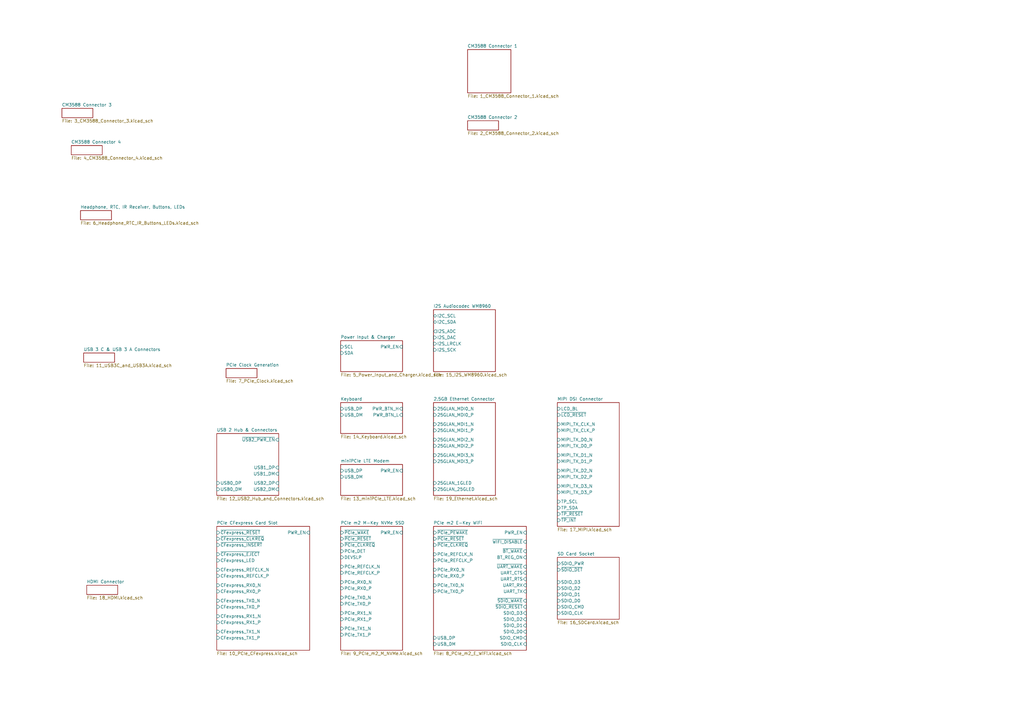
<source format=kicad_sch>
(kicad_sch
	(version 20250114)
	(generator "eeschema")
	(generator_version "9.0")
	(uuid "e8df7ad4-0398-46fe-8df2-22f014c5f1dd")
	(paper "A3")
	(lib_symbols)
	(sheet
		(at 139.7 139.7)
		(size 25.4 12.7)
		(exclude_from_sim no)
		(in_bom yes)
		(on_board yes)
		(dnp no)
		(fields_autoplaced yes)
		(stroke
			(width 0.1524)
			(type solid)
		)
		(fill
			(color 0 0 0 0.0000)
		)
		(uuid "07fa1f4a-4f08-4a00-b91a-2935c9cd6246")
		(property "Sheetname" "Power Input & Charger"
			(at 139.7 138.9884 0)
			(effects
				(font
					(size 1.27 1.27)
				)
				(justify left bottom)
			)
		)
		(property "Sheetfile" "5_Power_Input_and_Charger.kicad_sch"
			(at 139.7 152.9846 0)
			(effects
				(font
					(size 1.27 1.27)
				)
				(justify left top)
			)
		)
		(pin "PWR_EN" input
			(at 165.1 142.24 0)
			(uuid "9c746257-343a-4bac-822d-dd7b5936e7a1")
			(effects
				(font
					(size 1.27 1.27)
				)
				(justify right)
			)
		)
		(pin "SCL" input
			(at 139.7 142.24 180)
			(uuid "97597e3d-8706-412e-9b3a-870d0d1f1565")
			(effects
				(font
					(size 1.27 1.27)
				)
				(justify left)
			)
		)
		(pin "SDA" input
			(at 139.7 144.78 180)
			(uuid "b0cdbb2f-2e01-4b55-89c5-2a1808426770")
			(effects
				(font
					(size 1.27 1.27)
				)
				(justify left)
			)
		)
		(instances
			(project "mainboard"
				(path "/e8df7ad4-0398-46fe-8df2-22f014c5f1dd"
					(page "5")
				)
			)
		)
	)
	(sheet
		(at 191.77 20.32)
		(size 17.78 17.78)
		(exclude_from_sim no)
		(in_bom yes)
		(on_board yes)
		(dnp no)
		(fields_autoplaced yes)
		(stroke
			(width 0.1524)
			(type solid)
		)
		(fill
			(color 0 0 0 0.0000)
		)
		(uuid "179b20ca-7cf4-4c76-8c3b-b8b4c6c25c72")
		(property "Sheetname" "CM3588 Connector 1"
			(at 191.77 19.6084 0)
			(effects
				(font
					(size 1.27 1.27)
				)
				(justify left bottom)
			)
		)
		(property "Sheetfile" "1_CM3588_Connector_1.kicad_sch"
			(at 191.77 38.6846 0)
			(effects
				(font
					(size 1.27 1.27)
				)
				(justify left top)
			)
		)
		(instances
			(project "mainboard"
				(path "/e8df7ad4-0398-46fe-8df2-22f014c5f1dd"
					(page "1")
				)
			)
		)
	)
	(sheet
		(at 35.56 240.03)
		(size 12.7 3.81)
		(exclude_from_sim no)
		(in_bom yes)
		(on_board yes)
		(dnp no)
		(fields_autoplaced yes)
		(stroke
			(width 0.1524)
			(type solid)
		)
		(fill
			(color 0 0 0 0.0000)
		)
		(uuid "18d9dc9f-f158-4b8c-8c03-4e0e0e17c019")
		(property "Sheetname" "HDMI Connector"
			(at 35.56 239.3184 0)
			(effects
				(font
					(size 1.27 1.27)
				)
				(justify left bottom)
			)
		)
		(property "Sheetfile" "18_HDMI.kicad_sch"
			(at 35.56 244.4246 0)
			(effects
				(font
					(size 1.27 1.27)
				)
				(justify left top)
			)
		)
		(instances
			(project "mainboard"
				(path "/e8df7ad4-0398-46fe-8df2-22f014c5f1dd"
					(page "18")
				)
			)
		)
	)
	(sheet
		(at 92.71 151.13)
		(size 12.7 3.81)
		(exclude_from_sim no)
		(in_bom yes)
		(on_board yes)
		(dnp no)
		(fields_autoplaced yes)
		(stroke
			(width 0.1524)
			(type solid)
		)
		(fill
			(color 0 0 0 0.0000)
		)
		(uuid "484c6dee-af44-4b63-a825-46ce928312ff")
		(property "Sheetname" "PCIe Clock Generation"
			(at 92.71 150.4184 0)
			(effects
				(font
					(size 1.27 1.27)
				)
				(justify left bottom)
			)
		)
		(property "Sheetfile" "7_PCIe_Clock.kicad_sch"
			(at 92.71 155.5246 0)
			(effects
				(font
					(size 1.27 1.27)
				)
				(justify left top)
			)
		)
		(instances
			(project "mainboard"
				(path "/e8df7ad4-0398-46fe-8df2-22f014c5f1dd"
					(page "7")
				)
			)
		)
	)
	(sheet
		(at 139.7 215.9)
		(size 25.4 50.8)
		(exclude_from_sim no)
		(in_bom yes)
		(on_board yes)
		(dnp no)
		(fields_autoplaced yes)
		(stroke
			(width 0.1524)
			(type solid)
		)
		(fill
			(color 0 0 0 0.0000)
		)
		(uuid "6669fa1e-f015-4347-b375-5371b2a452c4")
		(property "Sheetname" "PCIe m2 M-Key NVMe SSD"
			(at 139.7 215.1884 0)
			(effects
				(font
					(size 1.27 1.27)
				)
				(justify left bottom)
			)
		)
		(property "Sheetfile" "9_PCIe_m2_M_NVMe.kicad_sch"
			(at 139.7 267.2846 0)
			(effects
				(font
					(size 1.27 1.27)
				)
				(justify left top)
			)
		)
		(pin "DEVSLP" input
			(at 139.7 228.6 180)
			(uuid "8250a307-5bfc-45cd-bcc1-a8e3b110935a")
			(effects
				(font
					(size 1.27 1.27)
				)
				(justify left)
			)
		)
		(pin "PCIe_DET" input
			(at 139.7 226.06 180)
			(uuid "5d36ab89-ee9c-45f1-9c8f-411f04604c30")
			(effects
				(font
					(size 1.27 1.27)
				)
				(justify left)
			)
		)
		(pin "PCIe_REFCLK_N" input
			(at 139.7 232.41 180)
			(uuid "456707b3-ef8a-449b-b780-e7ea84c2fe0f")
			(effects
				(font
					(size 1.27 1.27)
				)
				(justify left)
			)
		)
		(pin "PCIe_REFCLK_P" input
			(at 139.7 234.95 180)
			(uuid "3a6e22a8-1c33-4ccb-8634-0656c7ed4f73")
			(effects
				(font
					(size 1.27 1.27)
				)
				(justify left)
			)
		)
		(pin "PCIe_RX0_N" input
			(at 139.7 238.76 180)
			(uuid "b36f63ee-dda5-4273-8749-7e370dc55816")
			(effects
				(font
					(size 1.27 1.27)
				)
				(justify left)
			)
		)
		(pin "PCIe_RX0_P" input
			(at 139.7 241.3 180)
			(uuid "79078436-955e-4ba2-b5e9-f0115e164c7e")
			(effects
				(font
					(size 1.27 1.27)
				)
				(justify left)
			)
		)
		(pin "PCIe_RX1_N" input
			(at 139.7 251.46 180)
			(uuid "ab0b778b-3805-4636-8b20-f9d4a643390a")
			(effects
				(font
					(size 1.27 1.27)
				)
				(justify left)
			)
		)
		(pin "PCIe_RX1_P" input
			(at 139.7 254 180)
			(uuid "e44f8fa1-d1ae-449a-b73e-ebcffea75acf")
			(effects
				(font
					(size 1.27 1.27)
				)
				(justify left)
			)
		)
		(pin "PCIe_TX0_N" input
			(at 139.7 245.11 180)
			(uuid "8df59557-ebe2-4399-86e1-76227324d036")
			(effects
				(font
					(size 1.27 1.27)
				)
				(justify left)
			)
		)
		(pin "PCIe_TX0_P" input
			(at 139.7 247.65 180)
			(uuid "a3983adb-1f39-45d9-9b6c-038ef2f9cafd")
			(effects
				(font
					(size 1.27 1.27)
				)
				(justify left)
			)
		)
		(pin "PCIe_TX1_N" input
			(at 139.7 257.81 180)
			(uuid "812bc123-58af-4285-8223-066e31c940f8")
			(effects
				(font
					(size 1.27 1.27)
				)
				(justify left)
			)
		)
		(pin "PCIe_TX1_P" input
			(at 139.7 260.35 180)
			(uuid "5b162702-1ec8-4c70-9286-ab9a493e8c20")
			(effects
				(font
					(size 1.27 1.27)
				)
				(justify left)
			)
		)
		(pin "~{PCIe_CLKREQ}" input
			(at 139.7 223.52 180)
			(uuid "2fdb73b0-335b-4c65-a8b9-7614e14944c7")
			(effects
				(font
					(size 1.27 1.27)
				)
				(justify left)
			)
		)
		(pin "~{PCIe_RESET}" input
			(at 139.7 220.98 180)
			(uuid "2235e878-ea99-4ca6-8bc4-70d78ace0891")
			(effects
				(font
					(size 1.27 1.27)
				)
				(justify left)
			)
		)
		(pin "~{PCIe_WAKE}" input
			(at 139.7 218.44 180)
			(uuid "c7155c23-faf8-4a14-b0f7-6850aad77b01")
			(effects
				(font
					(size 1.27 1.27)
				)
				(justify left)
			)
		)
		(pin "PWR_EN" input
			(at 165.1 218.44 0)
			(uuid "5f32886c-3a2e-49d3-9f05-969676369bbf")
			(effects
				(font
					(size 1.27 1.27)
				)
				(justify right)
			)
		)
		(instances
			(project "mainboard"
				(path "/e8df7ad4-0398-46fe-8df2-22f014c5f1dd"
					(page "9")
				)
			)
		)
	)
	(sheet
		(at 25.4 44.45)
		(size 12.7 3.81)
		(exclude_from_sim no)
		(in_bom yes)
		(on_board yes)
		(dnp no)
		(fields_autoplaced yes)
		(stroke
			(width 0.1524)
			(type solid)
		)
		(fill
			(color 0 0 0 0.0000)
		)
		(uuid "68a2b222-807f-4ee1-877f-9299e0573b20")
		(property "Sheetname" "CM3588 Connector 3"
			(at 25.4 43.7384 0)
			(effects
				(font
					(size 1.27 1.27)
				)
				(justify left bottom)
			)
		)
		(property "Sheetfile" "3_CM3588_Connector_3.kicad_sch"
			(at 25.4 48.8446 0)
			(effects
				(font
					(size 1.27 1.27)
				)
				(justify left top)
			)
		)
		(instances
			(project "mainboard"
				(path "/e8df7ad4-0398-46fe-8df2-22f014c5f1dd"
					(page "3")
				)
			)
		)
	)
	(sheet
		(at 139.7 190.5)
		(size 25.4 12.7)
		(exclude_from_sim no)
		(in_bom yes)
		(on_board yes)
		(dnp no)
		(fields_autoplaced yes)
		(stroke
			(width 0.1524)
			(type solid)
		)
		(fill
			(color 0 0 0 0.0000)
		)
		(uuid "8644110b-fd44-4bf7-8252-8da3b2442694")
		(property "Sheetname" "miniPCIe LTE Modem"
			(at 139.7 189.7884 0)
			(effects
				(font
					(size 1.27 1.27)
				)
				(justify left bottom)
			)
		)
		(property "Sheetfile" "13_miniPCIe_LTE.kicad_sch"
			(at 139.7 203.7846 0)
			(effects
				(font
					(size 1.27 1.27)
				)
				(justify left top)
			)
		)
		(pin "PWR_EN" input
			(at 165.1 193.04 0)
			(uuid "ec6ac0a6-97a2-4b59-a772-9f3389ff4408")
			(effects
				(font
					(size 1.27 1.27)
				)
				(justify right)
			)
		)
		(pin "USB_DM" input
			(at 139.7 195.58 180)
			(uuid "37a4b681-5ee7-49b0-a3ba-f36d8b9018e1")
			(effects
				(font
					(size 1.27 1.27)
				)
				(justify left)
			)
		)
		(pin "USB_DP" input
			(at 139.7 193.04 180)
			(uuid "c6ffd364-60bb-4929-8078-449c68b24900")
			(effects
				(font
					(size 1.27 1.27)
				)
				(justify left)
			)
		)
		(instances
			(project "mainboard"
				(path "/e8df7ad4-0398-46fe-8df2-22f014c5f1dd"
					(page "13")
				)
			)
		)
	)
	(sheet
		(at 228.6 228.6)
		(size 25.4 25.4)
		(exclude_from_sim no)
		(in_bom yes)
		(on_board yes)
		(dnp no)
		(fields_autoplaced yes)
		(stroke
			(width 0.1524)
			(type solid)
		)
		(fill
			(color 0 0 0 0.0000)
		)
		(uuid "8986aa19-15b1-4e69-80f7-caad2369fd75")
		(property "Sheetname" "SD Card Socket"
			(at 228.6 227.8884 0)
			(effects
				(font
					(size 1.27 1.27)
				)
				(justify left bottom)
			)
		)
		(property "Sheetfile" "16_SDCard.kicad_sch"
			(at 228.6 254.5846 0)
			(effects
				(font
					(size 1.27 1.27)
				)
				(justify left top)
			)
		)
		(pin "SDIO_CLK" input
			(at 228.6 251.46 180)
			(uuid "5922c684-81ff-4ac7-a249-28de417cbd79")
			(effects
				(font
					(size 1.27 1.27)
				)
				(justify left)
			)
		)
		(pin "SDIO_CMD" input
			(at 228.6 248.92 180)
			(uuid "04798fc1-704d-412a-837b-ad01e756cde4")
			(effects
				(font
					(size 1.27 1.27)
				)
				(justify left)
			)
		)
		(pin "SDIO_D0" input
			(at 228.6 246.38 180)
			(uuid "98c40254-3c59-43b8-b396-350849a941eb")
			(effects
				(font
					(size 1.27 1.27)
				)
				(justify left)
			)
		)
		(pin "SDIO_D1" input
			(at 228.6 243.84 180)
			(uuid "b36ea8da-9488-4979-b292-96e7f3a85ce8")
			(effects
				(font
					(size 1.27 1.27)
				)
				(justify left)
			)
		)
		(pin "SDIO_D2" input
			(at 228.6 241.3 180)
			(uuid "25aba3a3-f141-4163-82f3-1534fbcd1254")
			(effects
				(font
					(size 1.27 1.27)
				)
				(justify left)
			)
		)
		(pin "SDIO_D3" input
			(at 228.6 238.76 180)
			(uuid "9e5ad54f-74b3-46dd-84b0-5f64f560da29")
			(effects
				(font
					(size 1.27 1.27)
				)
				(justify left)
			)
		)
		(pin "SDIO_PWR" input
			(at 228.6 231.14 180)
			(uuid "387bb889-8a39-4cfd-b095-2e3c82a064b7")
			(effects
				(font
					(size 1.27 1.27)
				)
				(justify left)
			)
		)
		(pin "~{SDIO_DET}" input
			(at 228.6 233.68 180)
			(uuid "eba96f60-e7b5-4ef1-b004-2902c1783fe6")
			(effects
				(font
					(size 1.27 1.27)
				)
				(justify left)
			)
		)
		(instances
			(project "mainboard"
				(path "/e8df7ad4-0398-46fe-8df2-22f014c5f1dd"
					(page "16")
				)
			)
		)
	)
	(sheet
		(at 88.9 177.8)
		(size 25.4 25.4)
		(exclude_from_sim no)
		(in_bom yes)
		(on_board yes)
		(dnp no)
		(fields_autoplaced yes)
		(stroke
			(width 0.1524)
			(type solid)
		)
		(fill
			(color 0 0 0 0.0000)
		)
		(uuid "8cfb5e11-a71f-45fa-8675-4058f56774f6")
		(property "Sheetname" "USB 2 Hub & Connectors"
			(at 88.9 177.0884 0)
			(effects
				(font
					(size 1.27 1.27)
				)
				(justify left bottom)
			)
		)
		(property "Sheetfile" "12_USB2_Hub_and_Connectors.kicad_sch"
			(at 88.9 203.7846 0)
			(effects
				(font
					(size 1.27 1.27)
				)
				(justify left top)
			)
		)
		(pin "USB0_DM" input
			(at 88.9 200.66 180)
			(uuid "ca270ec5-a1d1-4a42-9e54-696220ff0552")
			(effects
				(font
					(size 1.27 1.27)
				)
				(justify left)
			)
		)
		(pin "USB0_DP" input
			(at 88.9 198.12 180)
			(uuid "2fb0affe-27af-4e28-ad88-b142b2347e61")
			(effects
				(font
					(size 1.27 1.27)
				)
				(justify left)
			)
		)
		(pin "USB1_DM" input
			(at 114.3 194.31 0)
			(uuid "5c057282-1336-4c21-8ed3-1080c9cc2eb1")
			(effects
				(font
					(size 1.27 1.27)
				)
				(justify right)
			)
		)
		(pin "USB1_DP" input
			(at 114.3 191.77 0)
			(uuid "caedf5cb-fc1e-4344-87f8-1e5e81960ec9")
			(effects
				(font
					(size 1.27 1.27)
				)
				(justify right)
			)
		)
		(pin "USB2_DM" input
			(at 114.3 200.66 0)
			(uuid "3d4f735f-2fc0-4019-ade8-0f74c33e846f")
			(effects
				(font
					(size 1.27 1.27)
				)
				(justify right)
			)
		)
		(pin "USB2_DP" input
			(at 114.3 198.12 0)
			(uuid "fdf275ae-ae4b-480d-b9d9-56bf6ad85e28")
			(effects
				(font
					(size 1.27 1.27)
				)
				(justify right)
			)
		)
		(pin "~{USB2_PWR_EN}" input
			(at 114.3 180.34 0)
			(uuid "70feb4e7-a4a5-4693-bc11-e84872980dbd")
			(effects
				(font
					(size 1.27 1.27)
				)
				(justify right)
			)
		)
		(instances
			(project "mainboard"
				(path "/e8df7ad4-0398-46fe-8df2-22f014c5f1dd"
					(page "12")
				)
			)
		)
	)
	(sheet
		(at 228.6 165.1)
		(size 25.4 50.8)
		(exclude_from_sim no)
		(in_bom yes)
		(on_board yes)
		(dnp no)
		(fields_autoplaced yes)
		(stroke
			(width 0.1524)
			(type solid)
		)
		(fill
			(color 0 0 0 0.0000)
		)
		(uuid "92c68f36-3049-4ded-92bc-6a7d51e36adb")
		(property "Sheetname" "MIPI DSI Connector"
			(at 228.6 164.3884 0)
			(effects
				(font
					(size 1.27 1.27)
				)
				(justify left bottom)
			)
		)
		(property "Sheetfile" "17_MIPI.kicad_sch"
			(at 228.6 216.4846 0)
			(effects
				(font
					(size 1.27 1.27)
				)
				(justify left top)
			)
		)
		(pin "LCD_BL" input
			(at 228.6 167.64 180)
			(uuid "9d492064-8544-4e1e-a2d8-5f9e4f95ba72")
			(effects
				(font
					(size 1.27 1.27)
				)
				(justify left)
			)
		)
		(pin "MIPI_TX_CLK_N" input
			(at 228.6 173.99 180)
			(uuid "a80b5fad-fe20-4e7f-a777-be214113ffcd")
			(effects
				(font
					(size 1.27 1.27)
				)
				(justify left)
			)
		)
		(pin "MIPI_TX_CLK_P" input
			(at 228.6 176.53 180)
			(uuid "8f335182-66ad-4fa0-88e5-f4c0ce875b5b")
			(effects
				(font
					(size 1.27 1.27)
				)
				(justify left)
			)
		)
		(pin "MIPI_TX_D0_N" input
			(at 228.6 180.34 180)
			(uuid "3a6a22c8-b725-45a7-8b0e-108a0bf72b03")
			(effects
				(font
					(size 1.27 1.27)
				)
				(justify left)
			)
		)
		(pin "MIPI_TX_D0_P" input
			(at 228.6 182.88 180)
			(uuid "cd7c76a9-9d47-49c3-b15f-a5d637f8aab5")
			(effects
				(font
					(size 1.27 1.27)
				)
				(justify left)
			)
		)
		(pin "MIPI_TX_D1_N" input
			(at 228.6 186.69 180)
			(uuid "c66954df-ff6e-43ec-b246-47354d477309")
			(effects
				(font
					(size 1.27 1.27)
				)
				(justify left)
			)
		)
		(pin "MIPI_TX_D1_P" input
			(at 228.6 189.23 180)
			(uuid "30b815db-ee5e-4301-a847-d31a548ffea8")
			(effects
				(font
					(size 1.27 1.27)
				)
				(justify left)
			)
		)
		(pin "MIPI_TX_D2_N" input
			(at 228.6 193.04 180)
			(uuid "3ca4dc06-dd5f-4a08-986b-f22b6929833f")
			(effects
				(font
					(size 1.27 1.27)
				)
				(justify left)
			)
		)
		(pin "MIPI_TX_D2_P" input
			(at 228.6 195.58 180)
			(uuid "b48601a3-d718-459e-bd17-bbe69589ba72")
			(effects
				(font
					(size 1.27 1.27)
				)
				(justify left)
			)
		)
		(pin "MIPI_TX_D3_N" input
			(at 228.6 199.39 180)
			(uuid "964b1996-6a8a-44b6-ac53-b7fb548f5417")
			(effects
				(font
					(size 1.27 1.27)
				)
				(justify left)
			)
		)
		(pin "MIPI_TX_D3_P" input
			(at 228.6 201.93 180)
			(uuid "d5e198b6-df83-4a6f-9700-f4c6da2705bc")
			(effects
				(font
					(size 1.27 1.27)
				)
				(justify left)
			)
		)
		(pin "TP_SCL" input
			(at 228.6 205.74 180)
			(uuid "3de87970-0d10-43cb-a78c-6a0175a9f388")
			(effects
				(font
					(size 1.27 1.27)
				)
				(justify left)
			)
		)
		(pin "TP_SDA" input
			(at 228.6 208.28 180)
			(uuid "b5bd621e-d51d-448d-8f04-54a1a6b6d179")
			(effects
				(font
					(size 1.27 1.27)
				)
				(justify left)
			)
		)
		(pin "~{LCD_RESET}" input
			(at 228.6 170.18 180)
			(uuid "8f2106b5-0ebe-42bf-b69b-be8dd07e77fc")
			(effects
				(font
					(size 1.27 1.27)
				)
				(justify left)
			)
		)
		(pin "~{TP_INT}" input
			(at 228.6 213.36 180)
			(uuid "c3b4b5c9-0c4b-4798-ade9-b3f24d493762")
			(effects
				(font
					(size 1.27 1.27)
				)
				(justify left)
			)
		)
		(pin "~{TP_RESET}" input
			(at 228.6 210.82 180)
			(uuid "3109ae4e-d3f2-4604-a16b-4e677b66da7b")
			(effects
				(font
					(size 1.27 1.27)
				)
				(justify left)
			)
		)
		(instances
			(project "mainboard"
				(path "/e8df7ad4-0398-46fe-8df2-22f014c5f1dd"
					(page "17")
				)
			)
		)
	)
	(sheet
		(at 29.21 59.69)
		(size 12.7 3.81)
		(exclude_from_sim no)
		(in_bom yes)
		(on_board yes)
		(dnp no)
		(fields_autoplaced yes)
		(stroke
			(width 0.1524)
			(type solid)
		)
		(fill
			(color 0 0 0 0.0000)
		)
		(uuid "98643362-4360-4082-9fcf-14e673c38aa5")
		(property "Sheetname" "CM3588 Connector 4"
			(at 29.21 58.9784 0)
			(effects
				(font
					(size 1.27 1.27)
				)
				(justify left bottom)
			)
		)
		(property "Sheetfile" "4_CM3588_Connector_4.kicad_sch"
			(at 29.21 64.0846 0)
			(effects
				(font
					(size 1.27 1.27)
				)
				(justify left top)
			)
		)
		(instances
			(project "mainboard"
				(path "/e8df7ad4-0398-46fe-8df2-22f014c5f1dd"
					(page "4")
				)
			)
		)
	)
	(sheet
		(at 177.8 165.1)
		(size 25.4 38.1)
		(exclude_from_sim no)
		(in_bom yes)
		(on_board yes)
		(dnp no)
		(fields_autoplaced yes)
		(stroke
			(width 0.1524)
			(type solid)
		)
		(fill
			(color 0 0 0 0.0000)
		)
		(uuid "a5e27188-7231-4ab7-9c42-d430df737766")
		(property "Sheetname" "2.5GB Ethernet Connector"
			(at 177.8 164.3884 0)
			(effects
				(font
					(size 1.27 1.27)
				)
				(justify left bottom)
			)
		)
		(property "Sheetfile" "19_Ethernet.kicad_sch"
			(at 177.8 203.7846 0)
			(effects
				(font
					(size 1.27 1.27)
				)
				(justify left top)
			)
		)
		(pin "25GLAN_1GLED" input
			(at 177.8 198.12 180)
			(uuid "ea970541-ad9d-4d0d-8547-911cd1b37aa9")
			(effects
				(font
					(size 1.27 1.27)
				)
				(justify left)
			)
		)
		(pin "25GLAN_25GLED" input
			(at 177.8 200.66 180)
			(uuid "24cd0925-74b4-4560-a33f-7ae7e76c3a3e")
			(effects
				(font
					(size 1.27 1.27)
				)
				(justify left)
			)
		)
		(pin "25GLAN_MDI0_N" input
			(at 177.8 167.64 180)
			(uuid "f4af2d9b-10aa-40d9-9350-e6784521ac08")
			(effects
				(font
					(size 1.27 1.27)
				)
				(justify left)
			)
		)
		(pin "25GLAN_MDI0_P" input
			(at 177.8 170.18 180)
			(uuid "8dc62061-0699-45aa-8299-c65240602a1a")
			(effects
				(font
					(size 1.27 1.27)
				)
				(justify left)
			)
		)
		(pin "25GLAN_MDI1_N" input
			(at 177.8 173.99 180)
			(uuid "43d26a30-eace-40b0-aa03-d92c1c451f27")
			(effects
				(font
					(size 1.27 1.27)
				)
				(justify left)
			)
		)
		(pin "25GLAN_MDI1_P" input
			(at 177.8 176.53 180)
			(uuid "be8f7c3b-1e68-430d-85c9-d46a41f163fc")
			(effects
				(font
					(size 1.27 1.27)
				)
				(justify left)
			)
		)
		(pin "25GLAN_MDI2_N" input
			(at 177.8 180.34 180)
			(uuid "d967f382-784f-41fb-b4e8-dee48dc0690a")
			(effects
				(font
					(size 1.27 1.27)
				)
				(justify left)
			)
		)
		(pin "25GLAN_MDI2_P" input
			(at 177.8 182.88 180)
			(uuid "c38142cb-b0fb-4b38-9cc8-5fc01535ef0e")
			(effects
				(font
					(size 1.27 1.27)
				)
				(justify left)
			)
		)
		(pin "25GLAN_MDI3_N" input
			(at 177.8 186.69 180)
			(uuid "f5e953cf-b5bc-460c-a839-2c64b5e03602")
			(effects
				(font
					(size 1.27 1.27)
				)
				(justify left)
			)
		)
		(pin "25GLAN_MDI3_P" input
			(at 177.8 189.23 180)
			(uuid "f14274d4-a744-4264-9042-6c9ae352287b")
			(effects
				(font
					(size 1.27 1.27)
				)
				(justify left)
			)
		)
		(instances
			(project "mainboard"
				(path "/e8df7ad4-0398-46fe-8df2-22f014c5f1dd"
					(page "19")
				)
			)
		)
	)
	(sheet
		(at 177.8 215.9)
		(size 38.1 50.8)
		(exclude_from_sim no)
		(in_bom yes)
		(on_board yes)
		(dnp no)
		(fields_autoplaced yes)
		(stroke
			(width 0.1524)
			(type solid)
		)
		(fill
			(color 0 0 0 0.0000)
		)
		(uuid "a6c4e84f-5700-4370-a676-0959800a711a")
		(property "Sheetname" "PCIe m2 E-Key WiFi"
			(at 177.8 215.1884 0)
			(effects
				(font
					(size 1.27 1.27)
				)
				(justify left bottom)
			)
		)
		(property "Sheetfile" "8_PCIe_m2_E_WiFi.kicad_sch"
			(at 177.8 267.2846 0)
			(effects
				(font
					(size 1.27 1.27)
				)
				(justify left top)
			)
		)
		(pin "BT_REG_ON" input
			(at 215.9 228.6 0)
			(uuid "a419b7ef-d2ce-48c8-9df0-fcf1a3ee2669")
			(effects
				(font
					(size 1.27 1.27)
				)
				(justify right)
			)
		)
		(pin "PCIe_REFCLK_N" input
			(at 177.8 227.33 180)
			(uuid "ca33330a-3ba5-40ef-bc00-d2d7c19c15d3")
			(effects
				(font
					(size 1.27 1.27)
				)
				(justify left)
			)
		)
		(pin "PCIe_REFCLK_P" input
			(at 177.8 229.87 180)
			(uuid "61da3f16-0238-4bb8-a176-9311cc4d7c2b")
			(effects
				(font
					(size 1.27 1.27)
				)
				(justify left)
			)
		)
		(pin "PCIe_RX0_N" input
			(at 177.8 233.68 180)
			(uuid "8228758c-c887-4d14-aa2c-d1df368fa549")
			(effects
				(font
					(size 1.27 1.27)
				)
				(justify left)
			)
		)
		(pin "PCIe_RX0_P" input
			(at 177.8 236.22 180)
			(uuid "dfc69cb8-e98f-4d79-8e62-5d3b37eecdea")
			(effects
				(font
					(size 1.27 1.27)
				)
				(justify left)
			)
		)
		(pin "PCIe_TX0_N" input
			(at 177.8 240.03 180)
			(uuid "78154470-766a-439c-8d1c-92322baaa908")
			(effects
				(font
					(size 1.27 1.27)
				)
				(justify left)
			)
		)
		(pin "PCIe_TX0_P" input
			(at 177.8 242.57 180)
			(uuid "503d3434-3c92-4a17-8739-9187ca703ca5")
			(effects
				(font
					(size 1.27 1.27)
				)
				(justify left)
			)
		)
		(pin "PWR_EN" input
			(at 215.9 218.44 0)
			(uuid "a7721f1a-3755-4947-91e0-d0b49bc47497")
			(effects
				(font
					(size 1.27 1.27)
				)
				(justify right)
			)
		)
		(pin "SDIO_CLK" input
			(at 215.9 264.16 0)
			(uuid "89183d58-0cbf-45e9-998f-97e595956f39")
			(effects
				(font
					(size 1.27 1.27)
				)
				(justify right)
			)
		)
		(pin "SDIO_CMD" input
			(at 215.9 261.62 0)
			(uuid "3bb7f4f1-9a71-4b78-b11b-4ca417f19018")
			(effects
				(font
					(size 1.27 1.27)
				)
				(justify right)
			)
		)
		(pin "SDIO_D0" input
			(at 215.9 259.08 0)
			(uuid "499148c3-e452-4ed6-b36a-c0e2089c3a94")
			(effects
				(font
					(size 1.27 1.27)
				)
				(justify right)
			)
		)
		(pin "SDIO_D1" input
			(at 215.9 256.54 0)
			(uuid "1400c6b0-63da-4346-9fb5-4902b32a7de9")
			(effects
				(font
					(size 1.27 1.27)
				)
				(justify right)
			)
		)
		(pin "SDIO_D2" input
			(at 215.9 254 0)
			(uuid "37efb270-c9d5-4b1b-be84-7619150bb51b")
			(effects
				(font
					(size 1.27 1.27)
				)
				(justify right)
			)
		)
		(pin "SDIO_D3" input
			(at 215.9 251.46 0)
			(uuid "1dee3050-9556-46d2-a108-a109e34b8695")
			(effects
				(font
					(size 1.27 1.27)
				)
				(justify right)
			)
		)
		(pin "UART_CTS" input
			(at 215.9 234.95 0)
			(uuid "b651bca2-48fb-403b-8841-d46b695d6cfc")
			(effects
				(font
					(size 1.27 1.27)
				)
				(justify right)
			)
		)
		(pin "UART_RTS" input
			(at 215.9 237.49 0)
			(uuid "178e3ca4-fb21-4b7a-a25a-558444f803c6")
			(effects
				(font
					(size 1.27 1.27)
				)
				(justify right)
			)
		)
		(pin "UART_RX" input
			(at 215.9 240.03 0)
			(uuid "2f9ac340-3503-4c65-8831-74bdd8592184")
			(effects
				(font
					(size 1.27 1.27)
				)
				(justify right)
			)
		)
		(pin "UART_TX" input
			(at 215.9 242.57 0)
			(uuid "1c71a551-eee1-48d4-b955-f9bc9aa211b6")
			(effects
				(font
					(size 1.27 1.27)
				)
				(justify right)
			)
		)
		(pin "USB_DM" input
			(at 177.8 264.16 180)
			(uuid "c0331a03-48c8-4488-8c45-a89ec165729c")
			(effects
				(font
					(size 1.27 1.27)
				)
				(justify left)
			)
		)
		(pin "USB_DP" input
			(at 177.8 261.62 180)
			(uuid "acb8ba47-8f80-4fa0-be1d-36d1669db348")
			(effects
				(font
					(size 1.27 1.27)
				)
				(justify left)
			)
		)
		(pin "~{BT_WAKE}" input
			(at 215.9 226.06 0)
			(uuid "a216ab39-c948-4b57-9a98-3bd3e87d2e01")
			(effects
				(font
					(size 1.27 1.27)
				)
				(justify right)
			)
		)
		(pin "~{PCIe_CLKREQ}" input
			(at 177.8 223.52 180)
			(uuid "4bff014c-8b0d-48a3-b158-8f9f6e4951ad")
			(effects
				(font
					(size 1.27 1.27)
				)
				(justify left)
			)
		)
		(pin "~{PCIe_PEWAKE}" input
			(at 177.8 218.44 180)
			(uuid "d7264f83-4ba1-489e-9a91-27a7834d0ff4")
			(effects
				(font
					(size 1.27 1.27)
				)
				(justify left)
			)
		)
		(pin "~{PCIe_RESET}" input
			(at 177.8 220.98 180)
			(uuid "b58f351d-6c24-407f-a647-c139a0292561")
			(effects
				(font
					(size 1.27 1.27)
				)
				(justify left)
			)
		)
		(pin "~{SDIO_RESET}" input
			(at 215.9 248.92 0)
			(uuid "dee584bb-8033-4eeb-b90d-86d151453088")
			(effects
				(font
					(size 1.27 1.27)
				)
				(justify right)
			)
		)
		(pin "~{SDIO_WAKE}" input
			(at 215.9 246.38 0)
			(uuid "ddb31367-03bd-4df6-b0ba-7254b66df4d9")
			(effects
				(font
					(size 1.27 1.27)
				)
				(justify right)
			)
		)
		(pin "~{UART_WAKE}" input
			(at 215.9 232.41 0)
			(uuid "ed4b98d1-e965-49cc-8add-ab57c8718b2c")
			(effects
				(font
					(size 1.27 1.27)
				)
				(justify right)
			)
		)
		(pin "~{WIFI_DISABLE}" input
			(at 215.9 222.25 0)
			(uuid "20ceb7d5-05bb-4826-b8b7-95f4ba3358d9")
			(effects
				(font
					(size 1.27 1.27)
				)
				(justify right)
			)
		)
		(instances
			(project "mainboard"
				(path "/e8df7ad4-0398-46fe-8df2-22f014c5f1dd"
					(page "8")
				)
			)
		)
	)
	(sheet
		(at 177.8 127)
		(size 25.4 25.4)
		(exclude_from_sim no)
		(in_bom yes)
		(on_board yes)
		(dnp no)
		(fields_autoplaced yes)
		(stroke
			(width 0.1524)
			(type solid)
		)
		(fill
			(color 0 0 0 0.0000)
		)
		(uuid "b257af20-c8e7-4b15-a490-5e02f5f9fd5b")
		(property "Sheetname" "I2S Audiocodec WM8960"
			(at 177.8 126.2884 0)
			(effects
				(font
					(size 1.27 1.27)
				)
				(justify left bottom)
			)
		)
		(property "Sheetfile" "15_I2S_WM8960.kicad_sch"
			(at 177.8 152.9846 0)
			(effects
				(font
					(size 1.27 1.27)
				)
				(justify left top)
			)
		)
		(pin "I2C_SCL" bidirectional
			(at 177.8 129.54 180)
			(uuid "979cdd8e-a106-445d-b8a7-48f177e59667")
			(effects
				(font
					(size 1.27 1.27)
				)
				(justify left)
			)
		)
		(pin "I2C_SDA" bidirectional
			(at 177.8 132.08 180)
			(uuid "282c9627-54b5-4aa2-bee8-89a08e502522")
			(effects
				(font
					(size 1.27 1.27)
				)
				(justify left)
			)
		)
		(pin "I2S_ADC" output
			(at 177.8 135.89 180)
			(uuid "a05cbe98-0618-446b-883e-d0c320231d4f")
			(effects
				(font
					(size 1.27 1.27)
				)
				(justify left)
			)
		)
		(pin "I2S_DAC" input
			(at 177.8 138.43 180)
			(uuid "b2c31b22-7b40-4714-bd58-1e419d037485")
			(effects
				(font
					(size 1.27 1.27)
				)
				(justify left)
			)
		)
		(pin "I2S_LRCLK" input
			(at 177.8 140.97 180)
			(uuid "db7ee098-c218-4701-9252-75e9f0dd2637")
			(effects
				(font
					(size 1.27 1.27)
				)
				(justify left)
			)
		)
		(pin "I2S_SCK" input
			(at 177.8 143.51 180)
			(uuid "29494526-8279-4f0f-9c50-01e51fd57fc1")
			(effects
				(font
					(size 1.27 1.27)
				)
				(justify left)
			)
		)
		(instances
			(project "mainboard"
				(path "/e8df7ad4-0398-46fe-8df2-22f014c5f1dd"
					(page "15")
				)
			)
		)
	)
	(sheet
		(at 34.29 144.78)
		(size 12.7 3.81)
		(exclude_from_sim no)
		(in_bom yes)
		(on_board yes)
		(dnp no)
		(fields_autoplaced yes)
		(stroke
			(width 0.1524)
			(type solid)
		)
		(fill
			(color 0 0 0 0.0000)
		)
		(uuid "b40728d0-bb26-4ad0-892e-a0f99316494b")
		(property "Sheetname" "USB 3 C & USB 3 A Connectors"
			(at 34.29 144.0684 0)
			(effects
				(font
					(size 1.27 1.27)
				)
				(justify left bottom)
			)
		)
		(property "Sheetfile" "11_USB3C_and_USB3A.kicad_sch"
			(at 34.29 149.1746 0)
			(effects
				(font
					(size 1.27 1.27)
				)
				(justify left top)
			)
		)
		(instances
			(project "mainboard"
				(path "/e8df7ad4-0398-46fe-8df2-22f014c5f1dd"
					(page "11")
				)
			)
		)
	)
	(sheet
		(at 139.7 165.1)
		(size 25.4 12.7)
		(exclude_from_sim no)
		(in_bom yes)
		(on_board yes)
		(dnp no)
		(fields_autoplaced yes)
		(stroke
			(width 0.1524)
			(type solid)
		)
		(fill
			(color 0 0 0 0.0000)
		)
		(uuid "b53c68d6-890a-48ca-a848-4e830d0e96f7")
		(property "Sheetname" "Keyboard"
			(at 139.7 164.3884 0)
			(effects
				(font
					(size 1.27 1.27)
				)
				(justify left bottom)
			)
		)
		(property "Sheetfile" "14_Keyboard.kicad_sch"
			(at 139.7 178.3846 0)
			(effects
				(font
					(size 1.27 1.27)
				)
				(justify left top)
			)
		)
		(pin "PWR_BTN_H" input
			(at 165.1 167.64 0)
			(uuid "1151f74b-5bf2-43de-9db9-dae44e5dae90")
			(effects
				(font
					(size 1.27 1.27)
				)
				(justify right)
			)
		)
		(pin "PWR_BTN_L" input
			(at 165.1 170.18 0)
			(uuid "054e1e44-e3b6-4aa1-aea6-ebb76a91a1b6")
			(effects
				(font
					(size 1.27 1.27)
				)
				(justify right)
			)
		)
		(pin "USB_DM" input
			(at 139.7 170.18 180)
			(uuid "377c48ba-a833-4be0-8010-3f9bd4d83cd6")
			(effects
				(font
					(size 1.27 1.27)
				)
				(justify left)
			)
		)
		(pin "USB_DP" input
			(at 139.7 167.64 180)
			(uuid "36a1d5e1-593c-4dc9-9697-1f6db05d487a")
			(effects
				(font
					(size 1.27 1.27)
				)
				(justify left)
			)
		)
		(instances
			(project "mainboard"
				(path "/e8df7ad4-0398-46fe-8df2-22f014c5f1dd"
					(page "14")
				)
			)
		)
	)
	(sheet
		(at 191.77 49.53)
		(size 12.7 3.81)
		(exclude_from_sim no)
		(in_bom yes)
		(on_board yes)
		(dnp no)
		(fields_autoplaced yes)
		(stroke
			(width 0.1524)
			(type solid)
		)
		(fill
			(color 0 0 0 0.0000)
		)
		(uuid "bcd9a7a9-7c30-4b20-85c5-75455db96f45")
		(property "Sheetname" "CM3588 Connector 2"
			(at 191.77 48.8184 0)
			(effects
				(font
					(size 1.27 1.27)
				)
				(justify left bottom)
			)
		)
		(property "Sheetfile" "2_CM3588_Connector_2.kicad_sch"
			(at 191.77 53.9246 0)
			(effects
				(font
					(size 1.27 1.27)
				)
				(justify left top)
			)
		)
		(instances
			(project "mainboard"
				(path "/e8df7ad4-0398-46fe-8df2-22f014c5f1dd"
					(page "2")
				)
			)
		)
	)
	(sheet
		(at 33.02 86.36)
		(size 12.7 3.81)
		(exclude_from_sim no)
		(in_bom yes)
		(on_board yes)
		(dnp no)
		(fields_autoplaced yes)
		(stroke
			(width 0.1524)
			(type solid)
		)
		(fill
			(color 0 0 0 0.0000)
		)
		(uuid "c1c653fe-8be5-421f-be33-d886be37e0a5")
		(property "Sheetname" "Headphone, RTC, IR Receiver, Buttons, LEDs"
			(at 33.02 85.6484 0)
			(effects
				(font
					(size 1.27 1.27)
				)
				(justify left bottom)
			)
		)
		(property "Sheetfile" "6_Headphone_RTC_IR_Buttons_LEDs.kicad_sch"
			(at 33.02 90.7546 0)
			(effects
				(font
					(size 1.27 1.27)
				)
				(justify left top)
			)
		)
		(instances
			(project "mainboard"
				(path "/e8df7ad4-0398-46fe-8df2-22f014c5f1dd"
					(page "6")
				)
			)
		)
	)
	(sheet
		(at 88.9 215.9)
		(size 38.1 50.8)
		(exclude_from_sim no)
		(in_bom yes)
		(on_board yes)
		(dnp no)
		(fields_autoplaced yes)
		(stroke
			(width 0.1524)
			(type solid)
		)
		(fill
			(color 0 0 0 0.0000)
		)
		(uuid "e7fb8ba8-ec6e-4e12-955d-f90b904d700b")
		(property "Sheetname" "PCIe CFexpress Card Slot"
			(at 88.9 215.1884 0)
			(effects
				(font
					(size 1.27 1.27)
				)
				(justify left bottom)
			)
		)
		(property "Sheetfile" "10_PCIe_CFexpress.kicad_sch"
			(at 88.9 267.2846 0)
			(effects
				(font
					(size 1.27 1.27)
				)
				(justify left top)
			)
		)
		(pin "CFexpress_LED" input
			(at 88.9 229.87 180)
			(uuid "7f20fd53-5c32-46c7-b616-9394b4b3e450")
			(effects
				(font
					(size 1.27 1.27)
				)
				(justify left)
			)
		)
		(pin "CFexpress_REFCLK_N" input
			(at 88.9 233.68 180)
			(uuid "7e10c469-c2e8-4fbc-bf63-6def32290df0")
			(effects
				(font
					(size 1.27 1.27)
				)
				(justify left)
			)
		)
		(pin "CFexpress_REFCLK_P" input
			(at 88.9 236.22 180)
			(uuid "80328fbd-27ed-4350-b2df-5d329539f5d0")
			(effects
				(font
					(size 1.27 1.27)
				)
				(justify left)
			)
		)
		(pin "CFexpress_RX0_N" input
			(at 88.9 240.03 180)
			(uuid "49e4fc59-f62d-4421-b763-532a156bf865")
			(effects
				(font
					(size 1.27 1.27)
				)
				(justify left)
			)
		)
		(pin "CFexpress_RX0_P" input
			(at 88.9 242.57 180)
			(uuid "7c7c7e1f-908c-4b2b-8902-8a5360534190")
			(effects
				(font
					(size 1.27 1.27)
				)
				(justify left)
			)
		)
		(pin "CFexpress_RX1_N" input
			(at 88.9 252.73 180)
			(uuid "cb54363a-bc1f-465d-94e8-91913d6b4ed9")
			(effects
				(font
					(size 1.27 1.27)
				)
				(justify left)
			)
		)
		(pin "CFexpress_RX1_P" input
			(at 88.9 255.27 180)
			(uuid "4b31b07c-8cde-4dc5-9e19-b1f99c03a64a")
			(effects
				(font
					(size 1.27 1.27)
				)
				(justify left)
			)
		)
		(pin "CFexpress_TX0_N" input
			(at 88.9 246.38 180)
			(uuid "10b39ea9-36d1-43c3-a67d-d821fbee7866")
			(effects
				(font
					(size 1.27 1.27)
				)
				(justify left)
			)
		)
		(pin "CFexpress_TX0_P" input
			(at 88.9 248.92 180)
			(uuid "ef0dc058-10cb-4ef3-bae6-cea37af5df9d")
			(effects
				(font
					(size 1.27 1.27)
				)
				(justify left)
			)
		)
		(pin "CFexpress_TX1_N" input
			(at 88.9 259.08 180)
			(uuid "6f464b3b-a1b2-4177-9975-08719072dda4")
			(effects
				(font
					(size 1.27 1.27)
				)
				(justify left)
			)
		)
		(pin "CFexpress_TX1_P" input
			(at 88.9 261.62 180)
			(uuid "93691a62-0368-4fb0-8b45-f5aa322d7f33")
			(effects
				(font
					(size 1.27 1.27)
				)
				(justify left)
			)
		)
		(pin "PWR_EN" input
			(at 127 218.44 0)
			(uuid "516b7fcc-9a5d-4115-9565-ec92c8d13f6f")
			(effects
				(font
					(size 1.27 1.27)
				)
				(justify right)
			)
		)
		(pin "~{CFexpress_CLKREQ}" input
			(at 88.9 220.98 180)
			(uuid "6fb83433-80e5-4f96-9cbb-b6eaa9df4008")
			(effects
				(font
					(size 1.27 1.27)
				)
				(justify left)
			)
		)
		(pin "~{CFexpress_EJECT}" input
			(at 88.9 227.33 180)
			(uuid "420f5366-b413-4ae5-a049-b67cdfcd3500")
			(effects
				(font
					(size 1.27 1.27)
				)
				(justify left)
			)
		)
		(pin "~{CFexpress_INSERT}" input
			(at 88.9 223.52 180)
			(uuid "78021add-48f5-4ec4-b090-055a8e694479")
			(effects
				(font
					(size 1.27 1.27)
				)
				(justify left)
			)
		)
		(pin "~{CFexpress_RESET}" input
			(at 88.9 218.44 180)
			(uuid "0218519a-c719-44e0-b0f8-848d386f7a95")
			(effects
				(font
					(size 1.27 1.27)
				)
				(justify left)
			)
		)
		(instances
			(project "mainboard"
				(path "/e8df7ad4-0398-46fe-8df2-22f014c5f1dd"
					(page "10")
				)
			)
		)
	)
	(sheet_instances
		(path "/"
			(page "0")
		)
	)
	(embedded_fonts no)
	(embedded_files
		(file
			(name "A3_ISO5457-1999_ISO7200-2004-compact_EN.kicad_wks")
			(type worksheet)
			(data |KLUv/WBhIyUiACaqeCUQrbgB3wq561/zHS4DZ1bsoBEJEmVkiIiIKJO/3MeAqqqGgFIBcQBqAGkA
				y90R8ouOsTYnc+DiJXsjuwQlLJgi8eqtbrelDURyRpvp0pweHzWF/ny+YrT5hzsWrE55JEb/4ZMy
				/U+Smp4nEmgyzbZKkGQ+lIePeNQ0dlYnD4EkXIIipmkOq09A1Vv8GaUq7xWjCvCV6fJEDy55KCas
				52J0IzT3AW8bcGw4yAWLH8Mtx5CNJWO5WDZLZrksIy8I13vtXLfGjPFarnv6S/7QSwT6qgKxFqMv
				TZFWaGOtJorR5i3esGDWt/jLn3C+6eZsc7LVqxeEvQzh9kYJ5ZOuSSYXS9lrcYwBPj3iU6PnAUmT
				hzc0rQ25tcYX4DzlEPVIQpU0UZU7AmLcBhlybNYMNtbYW8jKze3r9noZt11RIYvqlptBhqz7Whfy
				gswUP3ltVP/npymbVZdb42Z19WJhtHpW6C4sWJokl2ii4HzTzdYzAM1zmK1TECBgWBxXYxc0WI49
				R2u3DcZaQ20OfKyBFzeW01GZ43YQiPzuE4bmPN4mkZ4EZrFSVZBGJvV/tkEnwh2O3+tlPh5RVIVB
				Bzx6iDFXVf75qm2jLq8vOaXymAwei5gmRTEcr4tUiP/js/FY+0MKgUmowXBLRkSSpKCQ5vERIYgw
				W3UySAwDIRTDARlIMRhCIZJDAiIggiIkxCBjTgXmAwRYtcuOPfmcfE+UZp3iNJq0sGNgjzFCXpi1
				1JnEVh8YhGH6FRRskCwCdUxrSdKXaESAhBcT9B7vNZqYihTW45d4+WJK/8maE2nhs922Ehdik8p2
				KIBItOZsadcyeuTIoXTSwHaBULl8zL5Mq6y0VyE7+/ws/BJqyZAL/t1mVbRHodIbeGfsOnAVqxlp
				LreH/CjzWsWr/Q9CejwLZ9WLlm0AmJlUtJrRYtPBNIFPVMcypMxjFLLNxSRJWnyBTp4zBql26/9V
				M1dOuQYRGZjCtqSiyf7WNjQvhcCdteVlFFAgHqe/UYRosQMXJGoOqo0ztK9Adc0UpxL1vFtB7BC8
				toG+yKNFw8bJm72toMmoVumH7fvFefn8ze5//gJI+uYPLHcx9AbuLf+LdqQi7p+GHrH+iyPU+/UQ
				+n0VhHq+HkJ/r4JQ10sQyuss6E75+yBz7JaUnEhOLC3hhEwi4ByRBkoeEXGrmROTbhLT5B30Y+Iw
				eLixSl3p8iNeLYdBqw4hDlM9hhOl2hsnBxmEPoR3SFnmUw4iBDUwH5mT2afZv/70nLEIkrB0tUJP
				8Dp+DhSLnEV3/XoO5dseUOT0t8gnDjjYbz1iHBp3aUCv4SWbI1U5CWImEFlAuq/BTbDWUNSNwXzL
				aEyt9T1oeoQ+olH+W2P6Wr5S5lNY09aaoE8WtwOGWhBFuI0FTqaMfEFtSCVqV6LqeFPaRSg7PwFv
				65oXP5wdimnw5YX7tQinpqhUAQ==|
			)
			(checksum "390B5D6CBC7D9953924469EDACCB19C5")
		)
	)
)

</source>
